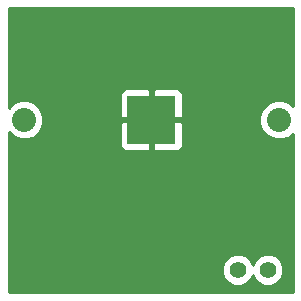
<source format=gbl>
G04 (created by PCBNEW (2013-08-23 BZR 4296)-product) date 10/8/2013 12:25:44 PM*
%MOIN*%
G04 Gerber Fmt 3.4, Leading zero omitted, Abs format*
%FSLAX34Y34*%
G01*
G70*
G90*
G04 APERTURE LIST*
%ADD10C,0.005906*%
%ADD11C,0.055000*%
%ADD12C,0.080000*%
%ADD13R,0.160000X0.160000*%
%ADD14C,0.035000*%
%ADD15C,0.010000*%
G04 APERTURE END LIST*
G54D10*
G54D11*
X49430Y-47940D03*
X48430Y-47940D03*
G54D12*
X49805Y-42945D03*
X41305Y-42945D03*
G54D13*
X45555Y-42945D03*
G54D14*
X47265Y-47880D03*
X43225Y-42975D03*
G54D15*
X47265Y-47880D02*
X47265Y-47895D01*
X43225Y-42975D02*
X43225Y-42965D01*
G54D10*
G36*
X50260Y-48690D02*
X49955Y-48690D01*
X49955Y-47836D01*
X49875Y-47643D01*
X49727Y-47495D01*
X49534Y-47415D01*
X49326Y-47414D01*
X49133Y-47494D01*
X48985Y-47642D01*
X48929Y-47775D01*
X48875Y-47643D01*
X48727Y-47495D01*
X48534Y-47415D01*
X48326Y-47414D01*
X48133Y-47494D01*
X47985Y-47642D01*
X47905Y-47835D01*
X47904Y-48043D01*
X47984Y-48237D01*
X48132Y-48384D01*
X48325Y-48464D01*
X48533Y-48465D01*
X48727Y-48385D01*
X48874Y-48237D01*
X48930Y-48104D01*
X48984Y-48237D01*
X49132Y-48384D01*
X49325Y-48464D01*
X49533Y-48465D01*
X49727Y-48385D01*
X49874Y-48237D01*
X49954Y-48044D01*
X49955Y-47836D01*
X49955Y-48690D01*
X46605Y-48690D01*
X46605Y-43794D01*
X46605Y-43695D01*
X46605Y-43057D01*
X46605Y-42832D01*
X46605Y-42194D01*
X46605Y-42095D01*
X46566Y-42003D01*
X46496Y-41933D01*
X46404Y-41895D01*
X45667Y-41895D01*
X45605Y-41957D01*
X45605Y-42895D01*
X46542Y-42895D01*
X46605Y-42832D01*
X46605Y-43057D01*
X46542Y-42995D01*
X45605Y-42995D01*
X45605Y-43932D01*
X45667Y-43995D01*
X46404Y-43995D01*
X46496Y-43956D01*
X46566Y-43886D01*
X46605Y-43794D01*
X46605Y-48690D01*
X45505Y-48690D01*
X45505Y-43932D01*
X45505Y-42995D01*
X45505Y-42895D01*
X45505Y-41957D01*
X45442Y-41895D01*
X44705Y-41895D01*
X44613Y-41933D01*
X44543Y-42003D01*
X44505Y-42095D01*
X44505Y-42194D01*
X44505Y-42832D01*
X44567Y-42895D01*
X45505Y-42895D01*
X45505Y-42995D01*
X44567Y-42995D01*
X44505Y-43057D01*
X44505Y-43695D01*
X44505Y-43794D01*
X44543Y-43886D01*
X44613Y-43956D01*
X44705Y-43995D01*
X45442Y-43995D01*
X45505Y-43932D01*
X45505Y-48690D01*
X40799Y-48690D01*
X40799Y-43358D01*
X40936Y-43495D01*
X41175Y-43594D01*
X41433Y-43595D01*
X41672Y-43496D01*
X41855Y-43313D01*
X41954Y-43074D01*
X41955Y-42816D01*
X41856Y-42577D01*
X41673Y-42394D01*
X41434Y-42295D01*
X41176Y-42294D01*
X40937Y-42393D01*
X40799Y-42530D01*
X40799Y-39229D01*
X50260Y-39229D01*
X50260Y-42481D01*
X50173Y-42394D01*
X49934Y-42295D01*
X49676Y-42294D01*
X49437Y-42393D01*
X49254Y-42576D01*
X49155Y-42815D01*
X49154Y-43073D01*
X49253Y-43312D01*
X49436Y-43495D01*
X49675Y-43594D01*
X49933Y-43595D01*
X50172Y-43496D01*
X50260Y-43408D01*
X50260Y-48690D01*
X50260Y-48690D01*
G37*
G54D15*
X50260Y-48690D02*
X49955Y-48690D01*
X49955Y-47836D01*
X49875Y-47643D01*
X49727Y-47495D01*
X49534Y-47415D01*
X49326Y-47414D01*
X49133Y-47494D01*
X48985Y-47642D01*
X48929Y-47775D01*
X48875Y-47643D01*
X48727Y-47495D01*
X48534Y-47415D01*
X48326Y-47414D01*
X48133Y-47494D01*
X47985Y-47642D01*
X47905Y-47835D01*
X47904Y-48043D01*
X47984Y-48237D01*
X48132Y-48384D01*
X48325Y-48464D01*
X48533Y-48465D01*
X48727Y-48385D01*
X48874Y-48237D01*
X48930Y-48104D01*
X48984Y-48237D01*
X49132Y-48384D01*
X49325Y-48464D01*
X49533Y-48465D01*
X49727Y-48385D01*
X49874Y-48237D01*
X49954Y-48044D01*
X49955Y-47836D01*
X49955Y-48690D01*
X46605Y-48690D01*
X46605Y-43794D01*
X46605Y-43695D01*
X46605Y-43057D01*
X46605Y-42832D01*
X46605Y-42194D01*
X46605Y-42095D01*
X46566Y-42003D01*
X46496Y-41933D01*
X46404Y-41895D01*
X45667Y-41895D01*
X45605Y-41957D01*
X45605Y-42895D01*
X46542Y-42895D01*
X46605Y-42832D01*
X46605Y-43057D01*
X46542Y-42995D01*
X45605Y-42995D01*
X45605Y-43932D01*
X45667Y-43995D01*
X46404Y-43995D01*
X46496Y-43956D01*
X46566Y-43886D01*
X46605Y-43794D01*
X46605Y-48690D01*
X45505Y-48690D01*
X45505Y-43932D01*
X45505Y-42995D01*
X45505Y-42895D01*
X45505Y-41957D01*
X45442Y-41895D01*
X44705Y-41895D01*
X44613Y-41933D01*
X44543Y-42003D01*
X44505Y-42095D01*
X44505Y-42194D01*
X44505Y-42832D01*
X44567Y-42895D01*
X45505Y-42895D01*
X45505Y-42995D01*
X44567Y-42995D01*
X44505Y-43057D01*
X44505Y-43695D01*
X44505Y-43794D01*
X44543Y-43886D01*
X44613Y-43956D01*
X44705Y-43995D01*
X45442Y-43995D01*
X45505Y-43932D01*
X45505Y-48690D01*
X40799Y-48690D01*
X40799Y-43358D01*
X40936Y-43495D01*
X41175Y-43594D01*
X41433Y-43595D01*
X41672Y-43496D01*
X41855Y-43313D01*
X41954Y-43074D01*
X41955Y-42816D01*
X41856Y-42577D01*
X41673Y-42394D01*
X41434Y-42295D01*
X41176Y-42294D01*
X40937Y-42393D01*
X40799Y-42530D01*
X40799Y-39229D01*
X50260Y-39229D01*
X50260Y-42481D01*
X50173Y-42394D01*
X49934Y-42295D01*
X49676Y-42294D01*
X49437Y-42393D01*
X49254Y-42576D01*
X49155Y-42815D01*
X49154Y-43073D01*
X49253Y-43312D01*
X49436Y-43495D01*
X49675Y-43594D01*
X49933Y-43595D01*
X50172Y-43496D01*
X50260Y-43408D01*
X50260Y-48690D01*
M02*

</source>
